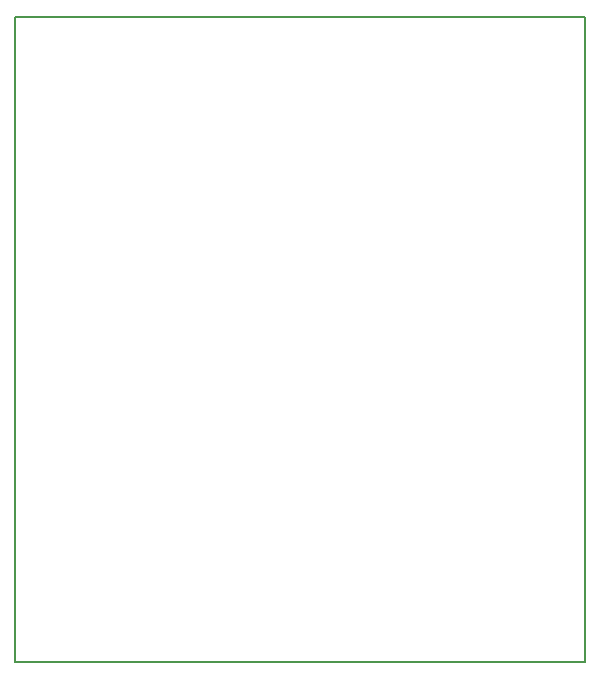
<source format=gm1>
%TF.GenerationSoftware,KiCad,Pcbnew,4.0.7*%
%TF.CreationDate,2017-09-16T19:45:42+02:00*%
%TF.ProjectId,ti99-usb-key,746939392D7573622D6B65792E6B6963,3.0*%
%TF.FileFunction,Profile,NP*%
%FSLAX46Y46*%
G04 Gerber Fmt 4.6, Leading zero omitted, Abs format (unit mm)*
G04 Created by KiCad (PCBNEW 4.0.7) date 09/16/17 19:45:42*
%MOMM*%
%LPD*%
G01*
G04 APERTURE LIST*
%ADD10C,0.101600*%
%ADD11C,0.150000*%
G04 APERTURE END LIST*
D10*
D11*
X48260000Y0D02*
X0Y0D01*
X48260000Y54610000D02*
X48260000Y0D01*
X0Y54610000D02*
X48260000Y54610000D01*
X0Y0D02*
X0Y54610000D01*
M02*

</source>
